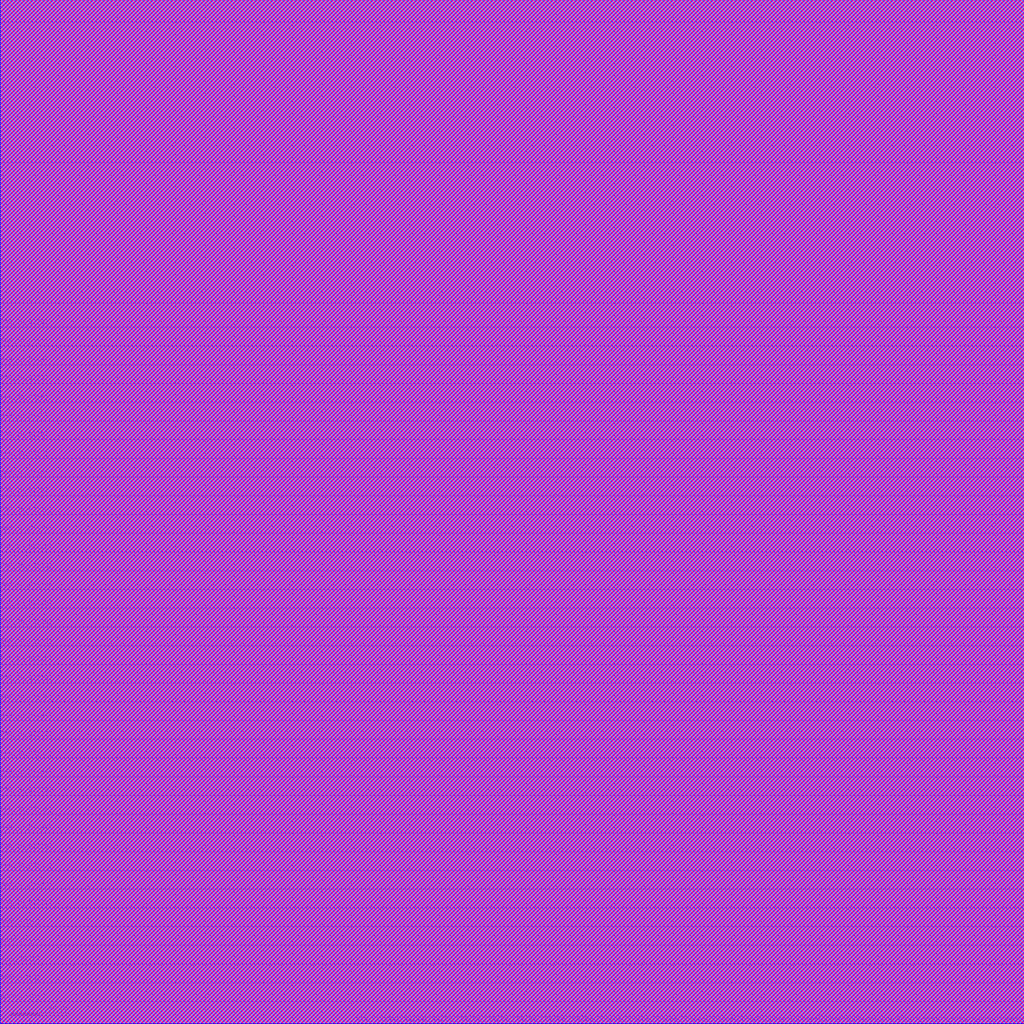
<source format=lef>
##
## LEF for PtnCells ;
## created by Innovus v17.13-s098_1 on Sat Dec 14 20:47:54 2019
##

VERSION 5.8 ;

BUSBITCHARS "[]" ;
DIVIDERCHAR "/" ;

MACRO FLT
  CLASS BLOCK ;
  SIZE 699.8400 BY 699.8400 ;
  FOREIGN FLT 0.0000 0.0000 ;
  ORIGIN 0 0 ;
  SYMMETRY X Y R90 ;
  PIN Clk_CI
    DIRECTION INPUT ;
    USE SIGNAL ;
    PORT
      LAYER M3 ;
        RECT 699.6800 588.5600 699.8400 588.7200 ;
    END
  END Clk_CI
  PIN Rst_RBI
    DIRECTION INPUT ;
    USE SIGNAL ;
    PORT
      LAYER M3 ;
        RECT 699.6800 492.5600 699.8400 492.7200 ;
    END
  END Rst_RBI
  PIN WrEn_SI
    DIRECTION INPUT ;
    USE SIGNAL ;
    PORT
      LAYER M3 ;
        RECT 699.6800 684.5600 699.8400 684.7200 ;
    END
  END WrEn_SI
  PIN Addr_DI[4]
    DIRECTION INPUT ;
    USE SIGNAL ;
    PORT
      LAYER M3 ;
        RECT 0.0000 15.1200 0.1600 15.2800 ;
    END
  END Addr_DI[4]
  PIN Addr_DI[3]
    DIRECTION INPUT ;
    USE SIGNAL ;
    PORT
      LAYER M3 ;
        RECT 0.0000 27.9200 0.1600 28.0800 ;
    END
  END Addr_DI[3]
  PIN Addr_DI[2]
    DIRECTION INPUT ;
    USE SIGNAL ;
    PORT
      LAYER M3 ;
        RECT 0.0000 40.7200 0.1600 40.8800 ;
    END
  END Addr_DI[2]
  PIN Addr_DI[1]
    DIRECTION INPUT ;
    USE SIGNAL ;
    PORT
      LAYER M3 ;
        RECT 0.0000 53.5200 0.1600 53.6800 ;
    END
  END Addr_DI[1]
  PIN Addr_DI[0]
    DIRECTION INPUT ;
    USE SIGNAL ;
    PORT
      LAYER M3 ;
        RECT 0.0000 66.3200 0.1600 66.4800 ;
    END
  END Addr_DI[0]
  PIN PAR_In_DI[31]
    DIRECTION INPUT ;
    USE SIGNAL ;
    PORT
      LAYER M3 ;
        RECT 0.0000 79.1200 0.1600 79.2800 ;
    END
  END PAR_In_DI[31]
  PIN PAR_In_DI[30]
    DIRECTION INPUT ;
    USE SIGNAL ;
    PORT
      LAYER M3 ;
        RECT 0.0000 91.9200 0.1600 92.0800 ;
    END
  END PAR_In_DI[30]
  PIN PAR_In_DI[29]
    DIRECTION INPUT ;
    USE SIGNAL ;
    PORT
      LAYER M3 ;
        RECT 0.0000 104.7200 0.1600 104.8800 ;
    END
  END PAR_In_DI[29]
  PIN PAR_In_DI[28]
    DIRECTION INPUT ;
    USE SIGNAL ;
    PORT
      LAYER M3 ;
        RECT 0.0000 117.5200 0.1600 117.6800 ;
    END
  END PAR_In_DI[28]
  PIN PAR_In_DI[27]
    DIRECTION INPUT ;
    USE SIGNAL ;
    PORT
      LAYER M3 ;
        RECT 0.0000 130.3200 0.1600 130.4800 ;
    END
  END PAR_In_DI[27]
  PIN PAR_In_DI[26]
    DIRECTION INPUT ;
    USE SIGNAL ;
    PORT
      LAYER M3 ;
        RECT 0.0000 143.1200 0.1600 143.2800 ;
    END
  END PAR_In_DI[26]
  PIN PAR_In_DI[25]
    DIRECTION INPUT ;
    USE SIGNAL ;
    PORT
      LAYER M3 ;
        RECT 0.0000 155.9200 0.1600 156.0800 ;
    END
  END PAR_In_DI[25]
  PIN PAR_In_DI[24]
    DIRECTION INPUT ;
    USE SIGNAL ;
    PORT
      LAYER M3 ;
        RECT 0.0000 168.7200 0.1600 168.8800 ;
    END
  END PAR_In_DI[24]
  PIN PAR_In_DI[23]
    DIRECTION INPUT ;
    USE SIGNAL ;
    PORT
      LAYER M3 ;
        RECT 0.0000 181.5200 0.1600 181.6800 ;
    END
  END PAR_In_DI[23]
  PIN PAR_In_DI[22]
    DIRECTION INPUT ;
    USE SIGNAL ;
    PORT
      LAYER M3 ;
        RECT 0.0000 194.3200 0.1600 194.4800 ;
    END
  END PAR_In_DI[22]
  PIN PAR_In_DI[21]
    DIRECTION INPUT ;
    USE SIGNAL ;
    PORT
      LAYER M3 ;
        RECT 0.0000 207.1200 0.1600 207.2800 ;
    END
  END PAR_In_DI[21]
  PIN PAR_In_DI[20]
    DIRECTION INPUT ;
    USE SIGNAL ;
    PORT
      LAYER M3 ;
        RECT 0.0000 219.9200 0.1600 220.0800 ;
    END
  END PAR_In_DI[20]
  PIN PAR_In_DI[19]
    DIRECTION INPUT ;
    USE SIGNAL ;
    PORT
      LAYER M3 ;
        RECT 0.0000 232.7200 0.1600 232.8800 ;
    END
  END PAR_In_DI[19]
  PIN PAR_In_DI[18]
    DIRECTION INPUT ;
    USE SIGNAL ;
    PORT
      LAYER M3 ;
        RECT 0.0000 245.5200 0.1600 245.6800 ;
    END
  END PAR_In_DI[18]
  PIN PAR_In_DI[17]
    DIRECTION INPUT ;
    USE SIGNAL ;
    PORT
      LAYER M3 ;
        RECT 0.0000 258.3200 0.1600 258.4800 ;
    END
  END PAR_In_DI[17]
  PIN PAR_In_DI[16]
    DIRECTION INPUT ;
    USE SIGNAL ;
    PORT
      LAYER M3 ;
        RECT 0.0000 271.1200 0.1600 271.2800 ;
    END
  END PAR_In_DI[16]
  PIN PAR_In_DI[15]
    DIRECTION INPUT ;
    USE SIGNAL ;
    PORT
      LAYER M3 ;
        RECT 0.0000 283.9200 0.1600 284.0800 ;
    END
  END PAR_In_DI[15]
  PIN PAR_In_DI[14]
    DIRECTION INPUT ;
    USE SIGNAL ;
    PORT
      LAYER M3 ;
        RECT 0.0000 296.7200 0.1600 296.8800 ;
    END
  END PAR_In_DI[14]
  PIN PAR_In_DI[13]
    DIRECTION INPUT ;
    USE SIGNAL ;
    PORT
      LAYER M3 ;
        RECT 0.0000 309.5200 0.1600 309.6800 ;
    END
  END PAR_In_DI[13]
  PIN PAR_In_DI[12]
    DIRECTION INPUT ;
    USE SIGNAL ;
    PORT
      LAYER M3 ;
        RECT 0.0000 322.3200 0.1600 322.4800 ;
    END
  END PAR_In_DI[12]
  PIN PAR_In_DI[11]
    DIRECTION INPUT ;
    USE SIGNAL ;
    PORT
      LAYER M3 ;
        RECT 0.0000 335.1200 0.1600 335.2800 ;
    END
  END PAR_In_DI[11]
  PIN PAR_In_DI[10]
    DIRECTION INPUT ;
    USE SIGNAL ;
    PORT
      LAYER M3 ;
        RECT 0.0000 347.9200 0.1600 348.0800 ;
    END
  END PAR_In_DI[10]
  PIN PAR_In_DI[9]
    DIRECTION INPUT ;
    USE SIGNAL ;
    PORT
      LAYER M3 ;
        RECT 0.0000 360.7200 0.1600 360.8800 ;
    END
  END PAR_In_DI[9]
  PIN PAR_In_DI[8]
    DIRECTION INPUT ;
    USE SIGNAL ;
    PORT
      LAYER M3 ;
        RECT 0.0000 373.5200 0.1600 373.6800 ;
    END
  END PAR_In_DI[8]
  PIN PAR_In_DI[7]
    DIRECTION INPUT ;
    USE SIGNAL ;
    PORT
      LAYER M3 ;
        RECT 0.0000 386.3200 0.1600 386.4800 ;
    END
  END PAR_In_DI[7]
  PIN PAR_In_DI[6]
    DIRECTION INPUT ;
    USE SIGNAL ;
    PORT
      LAYER M3 ;
        RECT 0.0000 399.1200 0.1600 399.2800 ;
    END
  END PAR_In_DI[6]
  PIN PAR_In_DI[5]
    DIRECTION INPUT ;
    USE SIGNAL ;
    PORT
      LAYER M3 ;
        RECT 0.0000 411.9200 0.1600 412.0800 ;
    END
  END PAR_In_DI[5]
  PIN PAR_In_DI[4]
    DIRECTION INPUT ;
    USE SIGNAL ;
    PORT
      LAYER M3 ;
        RECT 0.0000 424.7200 0.1600 424.8800 ;
    END
  END PAR_In_DI[4]
  PIN PAR_In_DI[3]
    DIRECTION INPUT ;
    USE SIGNAL ;
    PORT
      LAYER M3 ;
        RECT 0.0000 437.5200 0.1600 437.6800 ;
    END
  END PAR_In_DI[3]
  PIN PAR_In_DI[2]
    DIRECTION INPUT ;
    USE SIGNAL ;
    PORT
      LAYER M3 ;
        RECT 0.0000 450.3200 0.1600 450.4800 ;
    END
  END PAR_In_DI[2]
  PIN PAR_In_DI[1]
    DIRECTION INPUT ;
    USE SIGNAL ;
    PORT
      LAYER M3 ;
        RECT 0.0000 463.1200 0.1600 463.2800 ;
    END
  END PAR_In_DI[1]
  PIN PAR_In_DI[0]
    DIRECTION INPUT ;
    USE SIGNAL ;
    PORT
      LAYER M3 ;
        RECT 0.0000 475.9200 0.1600 476.0800 ;
    END
  END PAR_In_DI[0]
  PIN sta_FLT_In_DI[23]
    DIRECTION INPUT ;
    USE SIGNAL ;
    PORT
      LAYER M3 ;
        RECT 15.1200 699.6800 15.2800 699.8400 ;
    END
  END sta_FLT_In_DI[23]
  PIN sta_FLT_In_DI[22]
    DIRECTION INPUT ;
    USE SIGNAL ;
    PORT
      LAYER M3 ;
        RECT 34.3200 699.6800 34.4800 699.8400 ;
    END
  END sta_FLT_In_DI[22]
  PIN sta_FLT_In_DI[21]
    DIRECTION INPUT ;
    USE SIGNAL ;
    PORT
      LAYER M3 ;
        RECT 53.5200 699.6800 53.6800 699.8400 ;
    END
  END sta_FLT_In_DI[21]
  PIN sta_FLT_In_DI[20]
    DIRECTION INPUT ;
    USE SIGNAL ;
    PORT
      LAYER M3 ;
        RECT 72.7200 699.6800 72.8800 699.8400 ;
    END
  END sta_FLT_In_DI[20]
  PIN sta_FLT_In_DI[19]
    DIRECTION INPUT ;
    USE SIGNAL ;
    PORT
      LAYER M3 ;
        RECT 91.9200 699.6800 92.0800 699.8400 ;
    END
  END sta_FLT_In_DI[19]
  PIN sta_FLT_In_DI[18]
    DIRECTION INPUT ;
    USE SIGNAL ;
    PORT
      LAYER M3 ;
        RECT 111.1200 699.6800 111.2800 699.8400 ;
    END
  END sta_FLT_In_DI[18]
  PIN sta_FLT_In_DI[17]
    DIRECTION INPUT ;
    USE SIGNAL ;
    PORT
      LAYER M3 ;
        RECT 130.3200 699.6800 130.4800 699.8400 ;
    END
  END sta_FLT_In_DI[17]
  PIN sta_FLT_In_DI[16]
    DIRECTION INPUT ;
    USE SIGNAL ;
    PORT
      LAYER M3 ;
        RECT 149.5200 699.6800 149.6800 699.8400 ;
    END
  END sta_FLT_In_DI[16]
  PIN sta_FLT_In_DI[15]
    DIRECTION INPUT ;
    USE SIGNAL ;
    PORT
      LAYER M3 ;
        RECT 168.7200 699.6800 168.8800 699.8400 ;
    END
  END sta_FLT_In_DI[15]
  PIN sta_FLT_In_DI[14]
    DIRECTION INPUT ;
    USE SIGNAL ;
    PORT
      LAYER M3 ;
        RECT 187.9200 699.6800 188.0800 699.8400 ;
    END
  END sta_FLT_In_DI[14]
  PIN sta_FLT_In_DI[13]
    DIRECTION INPUT ;
    USE SIGNAL ;
    PORT
      LAYER M3 ;
        RECT 207.1200 699.6800 207.2800 699.8400 ;
    END
  END sta_FLT_In_DI[13]
  PIN sta_FLT_In_DI[12]
    DIRECTION INPUT ;
    USE SIGNAL ;
    PORT
      LAYER M3 ;
        RECT 226.3200 699.6800 226.4800 699.8400 ;
    END
  END sta_FLT_In_DI[12]
  PIN sta_FLT_In_DI[11]
    DIRECTION INPUT ;
    USE SIGNAL ;
    PORT
      LAYER M3 ;
        RECT 245.5200 699.6800 245.6800 699.8400 ;
    END
  END sta_FLT_In_DI[11]
  PIN sta_FLT_In_DI[10]
    DIRECTION INPUT ;
    USE SIGNAL ;
    PORT
      LAYER M3 ;
        RECT 264.7200 699.6800 264.8800 699.8400 ;
    END
  END sta_FLT_In_DI[10]
  PIN sta_FLT_In_DI[9]
    DIRECTION INPUT ;
    USE SIGNAL ;
    PORT
      LAYER M3 ;
        RECT 283.9200 699.6800 284.0800 699.8400 ;
    END
  END sta_FLT_In_DI[9]
  PIN sta_FLT_In_DI[8]
    DIRECTION INPUT ;
    USE SIGNAL ;
    PORT
      LAYER M3 ;
        RECT 303.1200 699.6800 303.2800 699.8400 ;
    END
  END sta_FLT_In_DI[8]
  PIN sta_FLT_In_DI[7]
    DIRECTION INPUT ;
    USE SIGNAL ;
    PORT
      LAYER M3 ;
        RECT 322.3200 699.6800 322.4800 699.8400 ;
    END
  END sta_FLT_In_DI[7]
  PIN sta_FLT_In_DI[6]
    DIRECTION INPUT ;
    USE SIGNAL ;
    PORT
      LAYER M3 ;
        RECT 341.5200 699.6800 341.6800 699.8400 ;
    END
  END sta_FLT_In_DI[6]
  PIN sta_FLT_In_DI[5]
    DIRECTION INPUT ;
    USE SIGNAL ;
    PORT
      LAYER M3 ;
        RECT 360.7200 699.6800 360.8800 699.8400 ;
    END
  END sta_FLT_In_DI[5]
  PIN sta_FLT_In_DI[4]
    DIRECTION INPUT ;
    USE SIGNAL ;
    PORT
      LAYER M3 ;
        RECT 379.9200 699.6800 380.0800 699.8400 ;
    END
  END sta_FLT_In_DI[4]
  PIN sta_FLT_In_DI[3]
    DIRECTION INPUT ;
    USE SIGNAL ;
    PORT
      LAYER M3 ;
        RECT 399.1200 699.6800 399.2800 699.8400 ;
    END
  END sta_FLT_In_DI[3]
  PIN sta_FLT_In_DI[2]
    DIRECTION INPUT ;
    USE SIGNAL ;
    PORT
      LAYER M3 ;
        RECT 418.3200 699.6800 418.4800 699.8400 ;
    END
  END sta_FLT_In_DI[2]
  PIN sta_FLT_In_DI[1]
    DIRECTION INPUT ;
    USE SIGNAL ;
    PORT
      LAYER M3 ;
        RECT 437.5200 699.6800 437.6800 699.8400 ;
    END
  END sta_FLT_In_DI[1]
  PIN sta_FLT_In_DI[0]
    DIRECTION INPUT ;
    USE SIGNAL ;
    PORT
      LAYER M3 ;
        RECT 456.7200 699.6800 456.8800 699.8400 ;
    END
  END sta_FLT_In_DI[0]
  PIN sta_FLT_Out_DO[23]
    DIRECTION OUTPUT ;
    USE SIGNAL ;
    PORT
      LAYER M3 ;
        RECT 684.5600 0.0000 684.7200 0.1600 ;
    END
  END sta_FLT_Out_DO[23]
  PIN sta_FLT_Out_DO[22]
    DIRECTION OUTPUT ;
    USE SIGNAL ;
    PORT
      LAYER M3 ;
        RECT 665.3600 0.0000 665.5200 0.1600 ;
    END
  END sta_FLT_Out_DO[22]
  PIN sta_FLT_Out_DO[21]
    DIRECTION OUTPUT ;
    USE SIGNAL ;
    PORT
      LAYER M3 ;
        RECT 646.1600 0.0000 646.3200 0.1600 ;
    END
  END sta_FLT_Out_DO[21]
  PIN sta_FLT_Out_DO[20]
    DIRECTION OUTPUT ;
    USE SIGNAL ;
    PORT
      LAYER M3 ;
        RECT 626.9600 0.0000 627.1200 0.1600 ;
    END
  END sta_FLT_Out_DO[20]
  PIN sta_FLT_Out_DO[19]
    DIRECTION OUTPUT ;
    USE SIGNAL ;
    PORT
      LAYER M3 ;
        RECT 607.7600 0.0000 607.9200 0.1600 ;
    END
  END sta_FLT_Out_DO[19]
  PIN sta_FLT_Out_DO[18]
    DIRECTION OUTPUT ;
    USE SIGNAL ;
    PORT
      LAYER M3 ;
        RECT 588.5600 0.0000 588.7200 0.1600 ;
    END
  END sta_FLT_Out_DO[18]
  PIN sta_FLT_Out_DO[17]
    DIRECTION OUTPUT ;
    USE SIGNAL ;
    PORT
      LAYER M3 ;
        RECT 569.3600 0.0000 569.5200 0.1600 ;
    END
  END sta_FLT_Out_DO[17]
  PIN sta_FLT_Out_DO[16]
    DIRECTION OUTPUT ;
    USE SIGNAL ;
    PORT
      LAYER M3 ;
        RECT 550.1600 0.0000 550.3200 0.1600 ;
    END
  END sta_FLT_Out_DO[16]
  PIN sta_FLT_Out_DO[15]
    DIRECTION OUTPUT ;
    USE SIGNAL ;
    PORT
      LAYER M3 ;
        RECT 530.9600 0.0000 531.1200 0.1600 ;
    END
  END sta_FLT_Out_DO[15]
  PIN sta_FLT_Out_DO[14]
    DIRECTION OUTPUT ;
    USE SIGNAL ;
    PORT
      LAYER M3 ;
        RECT 511.7600 0.0000 511.9200 0.1600 ;
    END
  END sta_FLT_Out_DO[14]
  PIN sta_FLT_Out_DO[13]
    DIRECTION OUTPUT ;
    USE SIGNAL ;
    PORT
      LAYER M3 ;
        RECT 492.5600 0.0000 492.7200 0.1600 ;
    END
  END sta_FLT_Out_DO[13]
  PIN sta_FLT_Out_DO[12]
    DIRECTION OUTPUT ;
    USE SIGNAL ;
    PORT
      LAYER M3 ;
        RECT 473.3600 0.0000 473.5200 0.1600 ;
    END
  END sta_FLT_Out_DO[12]
  PIN sta_FLT_Out_DO[11]
    DIRECTION OUTPUT ;
    USE SIGNAL ;
    PORT
      LAYER M3 ;
        RECT 454.1600 0.0000 454.3200 0.1600 ;
    END
  END sta_FLT_Out_DO[11]
  PIN sta_FLT_Out_DO[10]
    DIRECTION OUTPUT ;
    USE SIGNAL ;
    PORT
      LAYER M3 ;
        RECT 434.9600 0.0000 435.1200 0.1600 ;
    END
  END sta_FLT_Out_DO[10]
  PIN sta_FLT_Out_DO[9]
    DIRECTION OUTPUT ;
    USE SIGNAL ;
    PORT
      LAYER M3 ;
        RECT 415.7600 0.0000 415.9200 0.1600 ;
    END
  END sta_FLT_Out_DO[9]
  PIN sta_FLT_Out_DO[8]
    DIRECTION OUTPUT ;
    USE SIGNAL ;
    PORT
      LAYER M3 ;
        RECT 396.5600 0.0000 396.7200 0.1600 ;
    END
  END sta_FLT_Out_DO[8]
  PIN sta_FLT_Out_DO[7]
    DIRECTION OUTPUT ;
    USE SIGNAL ;
    PORT
      LAYER M3 ;
        RECT 377.3600 0.0000 377.5200 0.1600 ;
    END
  END sta_FLT_Out_DO[7]
  PIN sta_FLT_Out_DO[6]
    DIRECTION OUTPUT ;
    USE SIGNAL ;
    PORT
      LAYER M3 ;
        RECT 358.1600 0.0000 358.3200 0.1600 ;
    END
  END sta_FLT_Out_DO[6]
  PIN sta_FLT_Out_DO[5]
    DIRECTION OUTPUT ;
    USE SIGNAL ;
    PORT
      LAYER M3 ;
        RECT 338.9600 0.0000 339.1200 0.1600 ;
    END
  END sta_FLT_Out_DO[5]
  PIN sta_FLT_Out_DO[4]
    DIRECTION OUTPUT ;
    USE SIGNAL ;
    PORT
      LAYER M3 ;
        RECT 319.7600 0.0000 319.9200 0.1600 ;
    END
  END sta_FLT_Out_DO[4]
  PIN sta_FLT_Out_DO[3]
    DIRECTION OUTPUT ;
    USE SIGNAL ;
    PORT
      LAYER M3 ;
        RECT 300.5600 0.0000 300.7200 0.1600 ;
    END
  END sta_FLT_Out_DO[3]
  PIN sta_FLT_Out_DO[2]
    DIRECTION OUTPUT ;
    USE SIGNAL ;
    PORT
      LAYER M3 ;
        RECT 281.3600 0.0000 281.5200 0.1600 ;
    END
  END sta_FLT_Out_DO[2]
  PIN sta_FLT_Out_DO[1]
    DIRECTION OUTPUT ;
    USE SIGNAL ;
    PORT
      LAYER M3 ;
        RECT 262.1600 0.0000 262.3200 0.1600 ;
    END
  END sta_FLT_Out_DO[1]
  PIN sta_FLT_Out_DO[0]
    DIRECTION OUTPUT ;
    USE SIGNAL ;
    PORT
      LAYER M3 ;
        RECT 242.9600 0.0000 243.1200 0.1600 ;
    END
  END sta_FLT_Out_DO[0]
  OBS
    LAYER M1 ;
      RECT 0.0000 0.0000 699.8400 699.8400 ;
    LAYER M2 ;
      RECT 0.0000 0.0000 699.8400 699.8400 ;
    LAYER M3 ;
      RECT 457.0400 699.5200 699.8400 699.8400 ;
      RECT 437.8400 699.5200 456.5600 699.8400 ;
      RECT 418.6400 699.5200 437.3600 699.8400 ;
      RECT 399.4400 699.5200 418.1600 699.8400 ;
      RECT 380.2400 699.5200 398.9600 699.8400 ;
      RECT 361.0400 699.5200 379.7600 699.8400 ;
      RECT 341.8400 699.5200 360.5600 699.8400 ;
      RECT 322.6400 699.5200 341.3600 699.8400 ;
      RECT 303.4400 699.5200 322.1600 699.8400 ;
      RECT 284.2400 699.5200 302.9600 699.8400 ;
      RECT 265.0400 699.5200 283.7600 699.8400 ;
      RECT 245.8400 699.5200 264.5600 699.8400 ;
      RECT 226.6400 699.5200 245.3600 699.8400 ;
      RECT 207.4400 699.5200 226.1600 699.8400 ;
      RECT 188.2400 699.5200 206.9600 699.8400 ;
      RECT 169.0400 699.5200 187.7600 699.8400 ;
      RECT 149.8400 699.5200 168.5600 699.8400 ;
      RECT 130.6400 699.5200 149.3600 699.8400 ;
      RECT 111.4400 699.5200 130.1600 699.8400 ;
      RECT 92.2400 699.5200 110.9600 699.8400 ;
      RECT 73.0400 699.5200 91.7600 699.8400 ;
      RECT 53.8400 699.5200 72.5600 699.8400 ;
      RECT 34.6400 699.5200 53.3600 699.8400 ;
      RECT 15.4400 699.5200 34.1600 699.8400 ;
      RECT 0.0000 699.5200 14.9600 699.8400 ;
      RECT 0.0000 684.8800 699.8400 699.5200 ;
      RECT 0.0000 684.4000 699.5200 684.8800 ;
      RECT 0.0000 588.8800 699.8400 684.4000 ;
      RECT 0.0000 588.4000 699.5200 588.8800 ;
      RECT 0.0000 492.8800 699.8400 588.4000 ;
      RECT 0.0000 492.4000 699.5200 492.8800 ;
      RECT 0.0000 476.2400 699.8400 492.4000 ;
      RECT 0.3200 475.7600 699.8400 476.2400 ;
      RECT 0.0000 463.4400 699.8400 475.7600 ;
      RECT 0.3200 462.9600 699.8400 463.4400 ;
      RECT 0.0000 450.6400 699.8400 462.9600 ;
      RECT 0.3200 450.1600 699.8400 450.6400 ;
      RECT 0.0000 437.8400 699.8400 450.1600 ;
      RECT 0.3200 437.3600 699.8400 437.8400 ;
      RECT 0.0000 425.0400 699.8400 437.3600 ;
      RECT 0.3200 424.5600 699.8400 425.0400 ;
      RECT 0.0000 412.2400 699.8400 424.5600 ;
      RECT 0.3200 411.7600 699.8400 412.2400 ;
      RECT 0.0000 399.4400 699.8400 411.7600 ;
      RECT 0.3200 398.9600 699.8400 399.4400 ;
      RECT 0.0000 386.6400 699.8400 398.9600 ;
      RECT 0.3200 386.1600 699.8400 386.6400 ;
      RECT 0.0000 373.8400 699.8400 386.1600 ;
      RECT 0.3200 373.3600 699.8400 373.8400 ;
      RECT 0.0000 361.0400 699.8400 373.3600 ;
      RECT 0.3200 360.5600 699.8400 361.0400 ;
      RECT 0.0000 348.2400 699.8400 360.5600 ;
      RECT 0.3200 347.7600 699.8400 348.2400 ;
      RECT 0.0000 335.4400 699.8400 347.7600 ;
      RECT 0.3200 334.9600 699.8400 335.4400 ;
      RECT 0.0000 322.6400 699.8400 334.9600 ;
      RECT 0.3200 322.1600 699.8400 322.6400 ;
      RECT 0.0000 309.8400 699.8400 322.1600 ;
      RECT 0.3200 309.3600 699.8400 309.8400 ;
      RECT 0.0000 297.0400 699.8400 309.3600 ;
      RECT 0.3200 296.5600 699.8400 297.0400 ;
      RECT 0.0000 284.2400 699.8400 296.5600 ;
      RECT 0.3200 283.7600 699.8400 284.2400 ;
      RECT 0.0000 271.4400 699.8400 283.7600 ;
      RECT 0.3200 270.9600 699.8400 271.4400 ;
      RECT 0.0000 258.6400 699.8400 270.9600 ;
      RECT 0.3200 258.1600 699.8400 258.6400 ;
      RECT 0.0000 245.8400 699.8400 258.1600 ;
      RECT 0.3200 245.3600 699.8400 245.8400 ;
      RECT 0.0000 233.0400 699.8400 245.3600 ;
      RECT 0.3200 232.5600 699.8400 233.0400 ;
      RECT 0.0000 220.2400 699.8400 232.5600 ;
      RECT 0.3200 219.7600 699.8400 220.2400 ;
      RECT 0.0000 207.4400 699.8400 219.7600 ;
      RECT 0.3200 206.9600 699.8400 207.4400 ;
      RECT 0.0000 194.6400 699.8400 206.9600 ;
      RECT 0.3200 194.1600 699.8400 194.6400 ;
      RECT 0.0000 181.8400 699.8400 194.1600 ;
      RECT 0.3200 181.3600 699.8400 181.8400 ;
      RECT 0.0000 169.0400 699.8400 181.3600 ;
      RECT 0.3200 168.5600 699.8400 169.0400 ;
      RECT 0.0000 156.2400 699.8400 168.5600 ;
      RECT 0.3200 155.7600 699.8400 156.2400 ;
      RECT 0.0000 143.4400 699.8400 155.7600 ;
      RECT 0.3200 142.9600 699.8400 143.4400 ;
      RECT 0.0000 130.6400 699.8400 142.9600 ;
      RECT 0.3200 130.1600 699.8400 130.6400 ;
      RECT 0.0000 117.8400 699.8400 130.1600 ;
      RECT 0.3200 117.3600 699.8400 117.8400 ;
      RECT 0.0000 105.0400 699.8400 117.3600 ;
      RECT 0.3200 104.5600 699.8400 105.0400 ;
      RECT 0.0000 92.2400 699.8400 104.5600 ;
      RECT 0.3200 91.7600 699.8400 92.2400 ;
      RECT 0.0000 79.4400 699.8400 91.7600 ;
      RECT 0.3200 78.9600 699.8400 79.4400 ;
      RECT 0.0000 66.6400 699.8400 78.9600 ;
      RECT 0.3200 66.1600 699.8400 66.6400 ;
      RECT 0.0000 53.8400 699.8400 66.1600 ;
      RECT 0.3200 53.3600 699.8400 53.8400 ;
      RECT 0.0000 41.0400 699.8400 53.3600 ;
      RECT 0.3200 40.5600 699.8400 41.0400 ;
      RECT 0.0000 28.2400 699.8400 40.5600 ;
      RECT 0.3200 27.7600 699.8400 28.2400 ;
      RECT 0.0000 15.4400 699.8400 27.7600 ;
      RECT 0.3200 14.9600 699.8400 15.4400 ;
      RECT 0.0000 0.3200 699.8400 14.9600 ;
      RECT 684.8800 0.0000 699.8400 0.3200 ;
      RECT 665.6800 0.0000 684.4000 0.3200 ;
      RECT 646.4800 0.0000 665.2000 0.3200 ;
      RECT 627.2800 0.0000 646.0000 0.3200 ;
      RECT 608.0800 0.0000 626.8000 0.3200 ;
      RECT 588.8800 0.0000 607.6000 0.3200 ;
      RECT 569.6800 0.0000 588.4000 0.3200 ;
      RECT 550.4800 0.0000 569.2000 0.3200 ;
      RECT 531.2800 0.0000 550.0000 0.3200 ;
      RECT 512.0800 0.0000 530.8000 0.3200 ;
      RECT 492.8800 0.0000 511.6000 0.3200 ;
      RECT 473.6800 0.0000 492.4000 0.3200 ;
      RECT 454.4800 0.0000 473.2000 0.3200 ;
      RECT 435.2800 0.0000 454.0000 0.3200 ;
      RECT 416.0800 0.0000 434.8000 0.3200 ;
      RECT 396.8800 0.0000 415.6000 0.3200 ;
      RECT 377.6800 0.0000 396.4000 0.3200 ;
      RECT 358.4800 0.0000 377.2000 0.3200 ;
      RECT 339.2800 0.0000 358.0000 0.3200 ;
      RECT 320.0800 0.0000 338.8000 0.3200 ;
      RECT 300.8800 0.0000 319.6000 0.3200 ;
      RECT 281.6800 0.0000 300.4000 0.3200 ;
      RECT 262.4800 0.0000 281.2000 0.3200 ;
      RECT 243.2800 0.0000 262.0000 0.3200 ;
      RECT 0.0000 0.0000 242.8000 0.3200 ;
    LAYER M4 ;
      RECT 0.0000 0.0000 699.8400 699.8400 ;
    LAYER M5 ;
      RECT 0.0000 0.0000 699.8400 699.8400 ;
    LAYER M6 ;
      RECT 0.0000 0.0000 699.8400 699.8400 ;
    LAYER M7 ;
      RECT 0.0000 0.0000 699.8400 699.8400 ;
    LAYER M8 ;
      RECT 0.0000 0.0000 699.8400 699.8400 ;
    LAYER M9 ;
      RECT 0.0000 0.0000 699.8400 699.8400 ;
  END
END FLT

END LIBRARY

</source>
